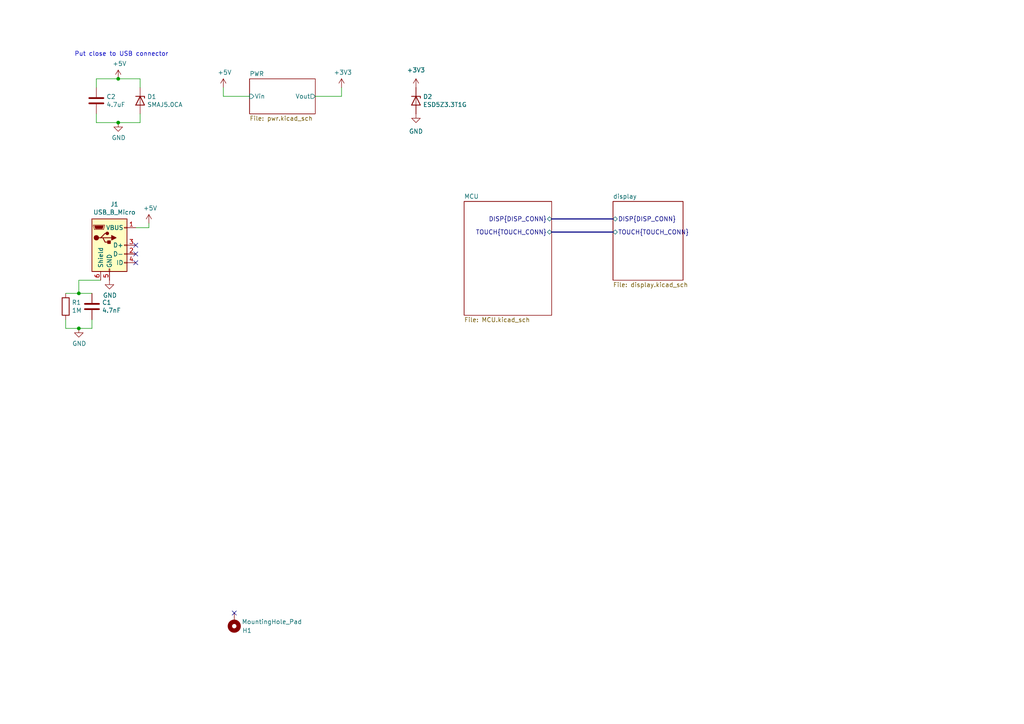
<source format=kicad_sch>
(kicad_sch (version 20211123) (generator eeschema)
  (paper "A4")
  (lib_symbols
    (symbol "Connector:USB_B_Micro" (pin_names (offset 1.016))
      (property "Reference" "J" (at -5.08 11.43 0))
      (property "Value" "USB_B_Micro" (at -5.08 8.89 0))
      (symbol "USB_B_Micro_0_1"
        (rectangle (start -5.08 -7.62) (end 5.08 7.62) (stroke (width 0.254)) (fill (type background)))
        (circle (center -3.81 2.159) (radius 0.635) (stroke (width 0.254)) (fill (type outline)))
        (circle (center -0.635 3.429) (radius 0.381) (stroke (width 0.254)) (fill (type outline)))
        (rectangle (start -0.127 -7.62) (end 0.127 -6.858))
        (polyline (pts (xy -1.905 2.159) (xy 0.635 2.159)) (stroke (width 0.254)))
        (polyline (pts (xy -3.175 2.159) (xy -2.54 2.159) (xy -1.27 3.429) (xy -0.635 3.429)) (stroke (width 0.254)))
        (polyline (pts (xy -2.54 2.159) (xy -1.905 2.159) (xy -1.27 0.889) (xy 0 0.889)) (stroke (width 0.254)))
        (polyline (pts (xy 0.635 2.794) (xy 0.635 1.524) (xy 1.905 2.159) (xy 0.635 2.794)) (stroke (width 0.254)) (fill (type outline)))
        (polyline (pts (xy -4.318 5.588) (xy -1.778 5.588) (xy -2.032 4.826) (xy -4.064 4.826) (xy -4.318 5.588)) (fill (type outline)))
        (polyline (pts (xy -4.699 5.842) (xy -4.699 5.588) (xy -4.445 4.826) (xy -4.445 4.572) (xy -1.651 4.572) (xy -1.651 4.826) (xy -1.397 5.588) (xy -1.397 5.842) (xy -4.699 5.842)))
        (rectangle (start 0.254 1.27) (end -0.508 0.508) (stroke (width 0.254)) (fill (type outline)))
        (rectangle (start 5.08 -5.207) (end 4.318 -4.953))
        (rectangle (start 5.08 -2.667) (end 4.318 -2.413))
        (rectangle (start 5.08 -0.127) (end 4.318 0.127))
        (rectangle (start 5.08 4.953) (end 4.318 5.207))
      )
      (symbol "USB_B_Micro_1_1"
        (pin power_out line (at 7.62 5.08 180) (length 2.54) (name "VBUS") (number "1"))
        (pin bidirectional line (at 7.62 -2.54 180) (length 2.54) (name "D-") (number "2"))
        (pin bidirectional line (at 7.62 0 180) (length 2.54) (name "D+") (number "3"))
        (pin passive line (at 7.62 -5.08 180) (length 2.54) (name "ID") (number "4"))
        (pin power_out line (at 0 -10.16 90) (length 2.54) (name "GND") (number "5"))
        (pin passive line (at -2.54 -10.16 90) (length 2.54) (name "Shield") (number "6"))
      )
    )
    (symbol "Device:C" (pin_numbers hide) (pin_names (offset 0.254))
      (property "Reference" "C" (at 0.635 2.54 0))
      (property "Value" "C" (at 0.635 -2.54 0))
      (symbol "C_0_1"
        (polyline (pts (xy -2.032 -0.762) (xy 2.032 -0.762)) (stroke (width 0.508)))
        (polyline (pts (xy -2.032 0.762) (xy 2.032 0.762)) (stroke (width 0.508)))
      )
      (symbol "C_1_1"
        (pin passive line (at 0 3.81 270) (length 2.794) (name "~") (number "1"))
        (pin passive line (at 0 -3.81 90) (length 2.794) (name "~") (number "2"))
      )
    )
    (symbol "Device:D_Zener" (pin_numbers hide) (pin_names (offset 1.016) hide)
      (property "Reference" "D" (at 0 2.54 0))
      (property "Value" "D_Zener" (at 0 -2.54 0))
      (symbol "D_Zener_0_1"
        (polyline (pts (xy 1.27 0) (xy -1.27 0)))
        (polyline (pts (xy -1.27 -1.27) (xy -1.27 1.27) (xy -0.762 1.27)) (stroke (width 0.254)))
        (polyline (pts (xy 1.27 -1.27) (xy 1.27 1.27) (xy -1.27 0) (xy 1.27 -1.27)) (stroke (width 0.254)))
      )
      (symbol "D_Zener_1_1"
        (pin passive line (at -3.81 0 0) (length 2.54) (name "K") (number "1"))
        (pin passive line (at 3.81 0 180) (length 2.54) (name "A") (number "2"))
      )
    )
    (symbol "Device:R" (pin_numbers hide) (pin_names (offset 0))
      (property "Reference" "R" (at 2.032 0 90))
      (property "Value" "R" (at 0 0 90))
      (symbol "R_0_1"
        (rectangle (start -1.016 -2.54) (end 1.016 2.54) (stroke (width 0.254)))
      )
      (symbol "R_1_1"
        (pin passive line (at 0 3.81 270) (length 1.27) (name "~") (number "1"))
        (pin passive line (at 0 -3.81 90) (length 1.27) (name "~") (number "2"))
      )
    )
    (symbol "Mechanical:MountingHole_Pad" (pin_numbers hide) (pin_names (offset 1.016) hide)
      (property "Reference" "H" (at 0 6.35 0))
      (property "Value" "MountingHole_Pad" (at 0 4.445 0))
      (symbol "MountingHole_Pad_0_1"
        (circle (center 0 1.27) (radius 1.27) (stroke (width 1.27)))
      )
      (symbol "MountingHole_Pad_1_1"
        (pin input line (at 0 -2.54 90) (length 2.54) (name "1") (number "1"))
      )
    )
    (symbol "power:+3.3V" (power) (pin_names (offset 0))
      (property "Value" "+3.3V" (at 0 3.556 0))
      (symbol "+3.3V_0_1"
        (polyline (pts (xy -0.762 1.27) (xy 0 2.54)))
        (polyline (pts (xy 0 0) (xy 0 2.54)))
        (polyline (pts (xy 0 2.54) (xy 0.762 1.27)))
      )
      (symbol "+3.3V_1_1"
        (pin power_in line (at 0 0 90) (length 0) hide (name "+3V3") (number "1"))
      )
    )
    (symbol "power:+5V" (power) (pin_names (offset 0))
      (property "Value" "+5V" (at 0 3.556 0))
      (symbol "+5V_0_1"
        (polyline (pts (xy -0.762 1.27) (xy 0 2.54)))
        (polyline (pts (xy 0 0) (xy 0 2.54)))
        (polyline (pts (xy 0 2.54) (xy 0.762 1.27)))
      )
      (symbol "+5V_1_1"
        (pin power_in line (at 0 0 90) (length 0) hide (name "+5V") (number "1"))
      )
    )
    (symbol "power:GND" (power) (pin_names (offset 0))
      (property "Value" "GND" (at 0 -3.81 0))
      (symbol "GND_0_1"
        (polyline (pts (xy 0 0) (xy 0 -1.27) (xy 1.27 -1.27) (xy 0 -2.54) (xy -1.27 -1.27) (xy 0 -1.27)))
      )
      (symbol "GND_1_1"
        (pin power_in line (at 0 0 270) (length 0) hide (name "GND") (number "1"))
      )
    )
  )
  (junction (at 34.29 35.56))
  (junction (at 22.86 95.25))
  (junction (at 34.29 22.86))
  (junction (at 22.86 85.09))
  (no_connect (at 39.37 73.66))
  (no_connect (at 39.37 76.2))
  (no_connect (at 67.945 177.8))
  (no_connect (at 39.37 71.12))
  (wire (pts (xy 34.29 22.86) (xy 40.64 22.86)))
  (wire (pts (xy 19.05 92.71) (xy 19.05 95.25)))
  (wire (pts (xy 43.18 66.04) (xy 39.37 66.04)))
  (wire (pts (xy 27.94 22.86) (xy 27.94 25.4)))
  (wire (pts (xy 22.86 95.25) (xy 26.67 95.25)))
  (wire (pts (xy 22.86 81.28) (xy 29.21 81.28)))
  (wire (pts (xy 99.06 25.4) (xy 99.06 27.94)))
  (wire (pts (xy 40.64 35.56) (xy 40.64 33.02)))
  (wire (pts (xy 64.77 25.4) (xy 64.77 27.94)))
  (wire (pts (xy 22.86 85.09) (xy 26.67 85.09)))
  (wire (pts (xy 43.18 64.77) (xy 43.18 66.04)))
  (wire (pts (xy 64.77 27.94) (xy 72.39 27.94)))
  (wire (pts (xy 99.06 27.94) (xy 91.44 27.94)))
  (wire (pts (xy 26.67 95.25) (xy 26.67 92.71)))
  (wire (pts (xy 22.86 85.09) (xy 22.86 81.28)))
  (wire (pts (xy 27.94 35.56) (xy 34.29 35.56)))
  (wire (pts (xy 19.05 95.25) (xy 22.86 95.25)))
  (wire (pts (xy 19.05 85.09) (xy 22.86 85.09)))
  (wire (pts (xy 27.94 33.02) (xy 27.94 35.56)))
  (wire (pts (xy 34.29 35.56) (xy 40.64 35.56)))
  (bus (pts (xy 160.02 63.5) (xy 177.8 63.5)))
  (bus (pts (xy 160.02 67.31) (xy 177.8 67.31)))
  (wire (pts (xy 40.64 22.86) (xy 40.64 25.4)))
  (wire (pts (xy 34.29 22.86) (xy 27.94 22.86)))
  (text "Put close to USB connector" (at 21.59 16.51 0) (effects (font (size 1.27 1.27)) (justify left bottom)))
  (symbol (lib_id "Connector:USB_B_Micro") (at 31.75 71.12 0) (unit 1)
    (property "Reference" "J1" (at 33.1978 59.2582 0))
    (property "Value" "USB_B_Micro" (at 33.1978 61.5696 0))
    (property "Footprint" "myLib:USB_Micro-B_Molex-105017-0001" (effects hide))
    (property "Datasheet" "https://cdn.amphenol-icc.com/media/wysiwyg/files/drawing/10118194.pdf" (effects hide))
  )
  (symbol (lib_id "power:GND") (at 22.86 95.25 0) (unit 1)
    (property "Reference" "#PWR01" (effects hide))
    (property "Value" "GND" (at 22.987 99.6442 0))
  )
  (symbol (lib_id "power:+5V") (at 43.18 64.77 0) (unit 1)
    (property "Reference" "#PWR05" (effects hide))
    (property "Value" "+5V" (at 43.561 60.3758 0))
  )
  (symbol (lib_id "Device:R") (at 19.05 88.9 0) (unit 1)
    (property "Reference" "R1" (at 20.828 87.7316 0) (effects (justify left)))
    (property "Value" "1M" (at 20.828 90.043 0) (effects (justify left)))
    (property "Footprint" "Resistor_SMD:R_0603_1608Metric_Pad0.98x0.95mm_HandSolder" (effects hide))
  )
  (symbol (lib_id "Device:C") (at 26.67 88.9 0) (unit 1)
    (property "Reference" "C1" (at 29.591 87.7316 0) (effects (justify left)))
    (property "Value" "4.7nF" (at 29.591 90.043 0) (effects (justify left)))
    (property "Footprint" "Capacitor_SMD:C_0603_1608Metric_Pad1.08x0.95mm_HandSolder" (effects hide))
  )
  (symbol (lib_id "power:GND") (at 31.75 81.28 0) (unit 1)
    (property "Reference" "#PWR02" (effects hide))
    (property "Value" "GND" (at 31.877 85.6742 0))
  )
  (symbol (lib_id "Device:C") (at 27.94 29.21 0) (unit 1)
    (property "Reference" "C2" (at 30.861 28.0416 0) (effects (justify left)))
    (property "Value" "4.7uF" (at 30.861 30.353 0) (effects (justify left)))
    (property "Footprint" "Capacitor_SMD:C_0603_1608Metric_Pad1.08x0.95mm_HandSolder" (effects hide))
  )
  (symbol (lib_id "Device:D_Zener") (at 40.64 29.21 270) (unit 1)
    (property "Reference" "D1" (at 42.672 28.0416 90) (effects (justify left)))
    (property "Value" "SMAJ5.0CA" (at 42.672 30.353 90) (effects (justify left)))
    (property "Footprint" "Diode_SMD:D_SMA" (effects hide))
    (property "Datasheet" "https://www.littelfuse.com/~/media/electronics/datasheets/tvs_diodes/littelfuse_tvs_diode_smaj_datasheet.pdf.pdf" (effects hide))
  )
  (symbol (lib_id "power:+5V") (at 34.29 22.86 0) (unit 1)
    (property "Reference" "#PWR03" (effects hide))
    (property "Value" "+5V" (at 34.671 18.4658 0))
  )
  (symbol (lib_id "power:GND") (at 34.29 35.56 0) (unit 1)
    (property "Reference" "#PWR04" (effects hide))
    (property "Value" "GND" (at 34.417 39.9542 0))
  )
  (symbol (lib_id "power:+5V") (at 64.77 25.4 0) (unit 1)
    (property "Reference" "#PWR06" (effects hide))
    (property "Value" "+5V" (at 65.151 21.0058 0))
  )
  (symbol (lib_id "power:+3.3V") (at 99.06 25.4 0) (unit 1)
    (property "Reference" "#PWR07" (effects hide))
    (property "Value" "+3.3V" (at 99.441 21.0058 0))
  )
  (symbol (lib_id "power:GND") (at 120.65 33.02 0) (unit 1)
    (property "Reference" "#PWR09" (effects hide))
    (property "Value" "GND" (at 120.65 38.1 0))
  )
  (symbol (lib_id "Mechanical:MountingHole_Pad") (at 67.945 180.34 180) (unit 1)
    (property "Reference" "H1" (at 73.025 182.88 0) (effects (justify left)))
    (property "Value" "MountingHole_Pad" (at 87.63 180.34 0) (effects (justify left)))
    (property "Footprint" "MountingHole:MountingHole_3.2mm_M3_ISO14580" (effects hide))
  )
  (symbol (lib_id "Device:D_Zener") (at 120.65 29.21 270) (unit 1)
    (property "Reference" "D2" (at 122.682 28.0416 90) (effects (justify left)))
    (property "Value" "ESD5Z3.3T1G" (at 122.682 30.353 90) (effects (justify left)))
    (property "Footprint" "Diode_SMD:D_SOD-523" (effects hide))
    (property "Datasheet" "https://www.onsemi.com/pdf/datasheet/esd5z2.5t1-d.pdf" (effects hide))
  )
  (symbol (lib_id "power:+3.3V") (at 120.65 25.4 0) (unit 1)
    (property "Reference" "#PWR08" (effects hide))
    (property "Value" "+3.3V" (at 120.65 20.32 0))
  )
  (sheet (at 134.62 58.42) (size 25.4 33.02)
    (property "Sheet name" "MCU" (at 134.62 57.7084 0) (effects (justify left bottom)))
    (property "Sheet file" "MCU.kicad_sch" (at 134.62 92.0246 0) (effects (justify left top)))
    (pin "DISP{DISP_CONN}" bidirectional (at 160.02 63.5 0))
    (pin "TOUCH{TOUCH_CONN}" bidirectional (at 160.02 67.31 0))
  )
  (sheet (at 72.39 22.86) (size 19.05 10.16)
    (property "Sheet name" "PWR" (at 72.39 22.1484 0) (effects (justify left bottom)))
    (property "Sheet file" "pwr.kicad_sch" (at 72.39 33.6046 0) (effects (justify left top)))
    (pin "Vin" input (at 72.39 27.94 180))
    (pin "Vout" output (at 91.44 27.94 0))
  )
  (sheet (at 177.8 58.42) (size 20.32 22.86)
    (property "Sheet name" "display" (at 177.8 57.7084 0) (effects (justify left bottom)))
    (property "Sheet file" "display.kicad_sch" (at 177.8 81.8646 0) (effects (justify left top)))
    (pin "TOUCH{TOUCH_CONN}" bidirectional (at 177.8 67.31 180))
    (pin "DISP{DISP_CONN}" bidirectional (at 177.8 63.5 180))
  )
)
</source>
